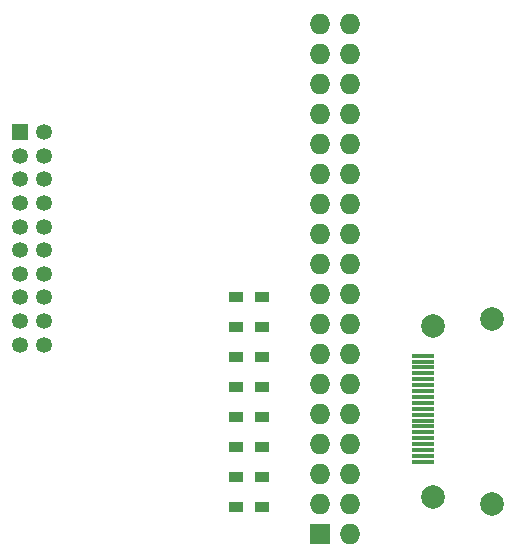
<source format=gts>
G04 #@! TF.FileFunction,Soldermask,Top*
%FSLAX46Y46*%
G04 Gerber Fmt 4.6, Leading zero omitted, Abs format (unit mm)*
G04 Created by KiCad (PCBNEW 4.0.2-stable) date 18/11/2016 09:29:09 a.m.*
%MOMM*%
G01*
G04 APERTURE LIST*
%ADD10C,0.100000*%
%ADD11R,1.727200X1.727200*%
%ADD12O,1.727200X1.727200*%
%ADD13C,2.000000*%
%ADD14R,1.900000X0.300000*%
%ADD15R,1.200000X0.900000*%
%ADD16R,1.350000X1.350000*%
%ADD17C,1.350000*%
G04 APERTURE END LIST*
D10*
D11*
X88509000Y-110890000D03*
D12*
X91049000Y-110890000D03*
X88509000Y-108350000D03*
X91049000Y-108350000D03*
X88509000Y-105810000D03*
X91049000Y-105810000D03*
X88509000Y-103270000D03*
X91049000Y-103270000D03*
X88509000Y-100730000D03*
X91049000Y-100730000D03*
X88509000Y-98190000D03*
X91049000Y-98190000D03*
X88509000Y-95650000D03*
X91049000Y-95650000D03*
X88509000Y-93110000D03*
X91049000Y-93110000D03*
X88509000Y-90570000D03*
X91049000Y-90570000D03*
X88509000Y-88030000D03*
X91049000Y-88030000D03*
X88509000Y-85490000D03*
X91049000Y-85490000D03*
X88509000Y-82950000D03*
X91049000Y-82950000D03*
X88509000Y-80410000D03*
X91049000Y-80410000D03*
X88509000Y-77870000D03*
X91049000Y-77870000D03*
X88509000Y-75330000D03*
X91049000Y-75330000D03*
X88509000Y-72790000D03*
X91049000Y-72790000D03*
X88509000Y-70250000D03*
X91049000Y-70250000D03*
X88509000Y-67710000D03*
X91049000Y-67710000D03*
D13*
X103060200Y-108427600D03*
X103060200Y-92727600D03*
X98110200Y-107827600D03*
X98110200Y-93327600D03*
D14*
X97210200Y-95827600D03*
X97210200Y-96327600D03*
X97210200Y-96827600D03*
X97210200Y-97327600D03*
X97210200Y-97827600D03*
X97210200Y-98327600D03*
X97210200Y-98827600D03*
X97210200Y-99327600D03*
X97210200Y-99827600D03*
X97210200Y-100327600D03*
X97210200Y-100827600D03*
X97210200Y-101327600D03*
X97210200Y-101827600D03*
X97210200Y-102327600D03*
X97210200Y-102827600D03*
X97210200Y-103327600D03*
X97210200Y-103827600D03*
X97210200Y-104327600D03*
X97210200Y-104827600D03*
D15*
X81440000Y-108604000D03*
X83640000Y-108604000D03*
X81440000Y-106064000D03*
X83640000Y-106064000D03*
X81440000Y-103524000D03*
X83640000Y-103524000D03*
X81440000Y-100984000D03*
X83640000Y-100984000D03*
X81440000Y-98444000D03*
X83640000Y-98444000D03*
X81440000Y-95904000D03*
X83640000Y-95904000D03*
X81440000Y-93364000D03*
X83640000Y-93364000D03*
X81440000Y-90824000D03*
X83640000Y-90824000D03*
D16*
X63134400Y-76904800D03*
D17*
X63134400Y-78904800D03*
X63134400Y-80904800D03*
X63134400Y-82904800D03*
X63134400Y-84904800D03*
X63134400Y-86904800D03*
X63134400Y-88904800D03*
X63134400Y-90904800D03*
X63134400Y-92904800D03*
X63134400Y-94904800D03*
X65134400Y-76904800D03*
X65134400Y-78904800D03*
X65134400Y-80904800D03*
X65134400Y-82904800D03*
X65134400Y-84904800D03*
X65134400Y-86904800D03*
X65134400Y-88904800D03*
X65134400Y-90904800D03*
X65134400Y-92904800D03*
X65134400Y-94904800D03*
M02*

</source>
